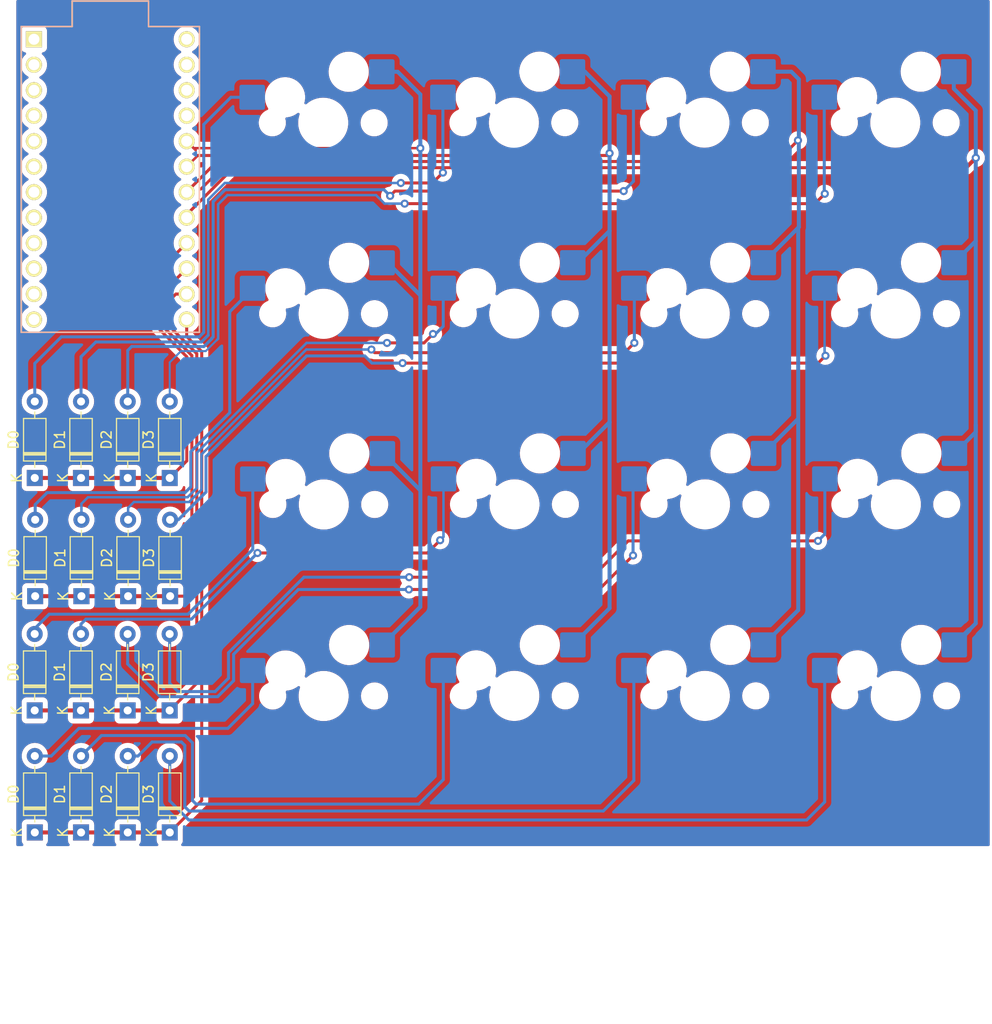
<source format=kicad_pcb>
(kicad_pcb (version 20211014) (generator pcbnew)
  (layers (0 "F.Cu" signal) (31 "B.Cu" signal) (34 "B.Paste" user) (35 "F.Paste" user) (36 "B.SilkS" user "B.Silkscreen") (37 "F.SilkS" user "F.Silkscreen") (38 "B.Mask" user) (39 "F.Mask" user) (44 "Edge.Cuts" user))
  (net 0 "")
  (footprint "MXV2HOTSWAP:MX-Hotswap-1U" (layer "F.Cu") (at 144.868 169.392)
    (fp_text reference "REF**")
    (fp_text value "1U")
    (pad "" np_thru_hole circle (at -3.81 -2.54) (size 3 3) (drill 3) (layers F&B.Cu *.Mask))
    (pad "" np_thru_hole circle (at 2.54 -5.08) (size 3 3) (drill 3) (layers F&B.Cu *.Mask))
    (pad "" np_thru_hole circle (at 5.08 0 48.099) (size 1.7018 1.7018) (drill 1.7018) (layers F&B.Cu *.Mask))
    (pad "" np_thru_hole circle (at -5.08 0 48.099) (size 1.7018 1.7018) (drill 1.7018) (layers F&B.Cu *.Mask))
    (pad "" np_thru_hole circle (at 0 0) (size 3.9878 3.9878) (drill 3.9878) (layers F&B.Cu *.Mask))
    (pad "1" smd roundrect (at -7.085 -2.54) (size 2.55 2.5) (layers "B.Cu" "B.Paste" "B.Mask") (roundrect_rratio 0.08))
    (pad "2" smd roundrect (at 5.842 -5.08) (size 2.55 2.5) (layers "B.Cu" "B.Paste" "B.Mask") (roundrect_rratio 0.08))
  )
  (footprint "Diode_THT:D_DO-35_SOD27_P7.62mm_Horizontal" (layer "F.Cu") (at 68.244 183.006 90)
    (fp_text reference "D2" (at 3.81 -2.12 90) (layer "F.SilkS"))
    (fp_text value "D_DO-35_SOD27_P7.62mm_Horizontal")
    (fp_text user "K" (at 0 -1.8 90) (layer "F.SilkS"))
    (pad "1" thru_hole rect (at 0 0 90) (size 1.6 1.6) (drill 0.8) (layers *.Cu *.Mask))
    (pad "2" thru_hole oval (at 7.62 0 90) (size 1.6 1.6) (drill 0.8) (layers *.Cu *.Mask))
  )
  (footprint "Diode_THT:D_DO-35_SOD27_P7.62mm_Horizontal" (layer "F.Cu") (at 63.574 170.841 90)
    (fp_text reference "D1" (at 3.81 -2.12 90) (layer "F.SilkS"))
    (fp_text value "D_DO-35_SOD27_P7.62mm_Horizontal")
    (fp_text user "K" (at 0 -1.8 90) (layer "F.SilkS"))
    (pad "1" thru_hole rect (at 0 0 90) (size 1.6 1.6) (drill 0.8) (layers *.Cu *.Mask))
    (pad "2" thru_hole oval (at 7.62 0 90) (size 1.6 1.6) (drill 0.8) (layers *.Cu *.Mask))
  )
  (footprint "MXV2HOTSWAP:MX-Hotswap-1U" (layer "F.Cu") (at 87.748 112.26)
    (fp_text reference "REF**")
    (fp_text value "1U")
    (pad "" np_thru_hole circle (at -3.81 -2.54) (size 3 3) (drill 3) (layers F&B.Cu *.Mask))
    (pad "" np_thru_hole circle (at 2.54 -5.08) (size 3 3) (drill 3) (layers F&B.Cu *.Mask))
    (pad "" np_thru_hole circle (at 5.08 0 48.099) (size 1.7018 1.7018) (drill 1.7018) (layers F&B.Cu *.Mask))
    (pad "" np_thru_hole circle (at -5.08 0 48.099) (size 1.7018 1.7018) (drill 1.7018) (layers F&B.Cu *.Mask))
    (pad "" np_thru_hole circle (at 0 0) (size 3.9878 3.9878) (drill 3.9878) (layers F&B.Cu *.Mask))
    (pad "1" smd roundrect (at -7.085 -2.54) (size 2.55 2.5) (layers "B.Cu" "B.Paste" "B.Mask") (roundrect_rratio 0.08))
    (pad "2" smd roundrect (at 5.842 -5.08) (size 2.55 2.5) (layers "B.Cu" "B.Paste" "B.Mask") (roundrect_rratio 0.08))
  )
  (footprint "MXV2HOTSWAP:MX-Hotswap-1U" (layer "F.Cu") (at 106.833 150.3)
    (fp_text reference "REF**")
    (fp_text value "1U")
    (pad "" np_thru_hole circle (at -3.81 -2.54) (size 3 3) (drill 3) (layers F&B.Cu *.Mask))
    (pad "" np_thru_hole circle (at 2.54 -5.08) (size 3 3) (drill 3) (layers F&B.Cu *.Mask))
    (pad "" np_thru_hole circle (at 5.08 0 48.099) (size 1.7018 1.7018) (drill 1.7018) (layers F&B.Cu *.Mask))
    (pad "" np_thru_hole circle (at -5.08 0 48.099) (size 1.7018 1.7018) (drill 1.7018) (layers F&B.Cu *.Mask))
    (pad "" np_thru_hole circle (at 0 0) (size 3.9878 3.9878) (drill 3.9878) (layers F&B.Cu *.Mask))
    (pad "1" smd roundrect (at -7.085 -2.54) (size 2.55 2.5) (layers "B.Cu" "B.Paste" "B.Mask") (roundrect_rratio 0.08))
    (pad "2" smd roundrect (at 5.842 -5.08) (size 2.55 2.5) (layers "B.Cu" "B.Paste" "B.Mask") (roundrect_rratio 0.08))
  )
  (footprint "Diode_THT:D_DO-35_SOD27_P7.62mm_Horizontal" (layer "F.Cu") (at 68.241 147.668 90)
    (fp_text reference "D2" (at 3.81 -2.12 90) (layer "F.SilkS"))
    (fp_text value "D_DO-35_SOD27_P7.62mm_Horizontal")
    (fp_text user "K" (at 0 -1.8 90) (layer "F.SilkS"))
    (pad "1" thru_hole rect (at 0 0 90) (size 1.6 1.6) (drill 0.8) (layers *.Cu *.Mask))
    (pad "2" thru_hole oval (at 7.62 0 90) (size 1.6 1.6) (drill 0.8) (layers *.Cu *.Mask))
  )
  (footprint "Diode_THT:D_DO-35_SOD27_P7.62mm_Horizontal" (layer "F.Cu") (at 72.435 183.006 90)
    (fp_text reference "D3" (at 3.81 -2.12 90) (layer "F.SilkS"))
    (fp_text value "D_DO-35_SOD27_P7.62mm_Horizontal")
    (fp_text user "K" (at 0 -1.8 90) (layer "F.SilkS"))
    (pad "1" thru_hole rect (at 0 0 90) (size 1.6 1.6) (drill 0.8) (layers *.Cu *.Mask))
    (pad "2" thru_hole oval (at 7.62 0 90) (size 1.6 1.6) (drill 0.8) (layers *.Cu *.Mask))
  )
  (footprint "MXV2HOTSWAP:MX-Hotswap-1U" (layer "F.Cu") (at 125.819 131.29)
    (fp_text reference "REF**")
    (fp_text value "1U")
    (pad "" np_thru_hole circle (at -3.81 -2.54) (size 3 3) (drill 3) (layers F&B.Cu *.Mask))
    (pad "" np_thru_hole circle (at 2.54 -5.08) (size 3 3) (drill 3) (layers F&B.Cu *.Mask))
    (pad "" np_thru_hole circle (at 5.08 0 48.099) (size 1.7018 1.7018) (drill 1.7018) (layers F&B.Cu *.Mask))
    (pad "" np_thru_hole circle (at -5.08 0 48.099) (size 1.7018 1.7018) (drill 1.7018) (layers F&B.Cu *.Mask))
    (pad "" np_thru_hole circle (at 0 0) (size 3.9878 3.9878) (drill 3.9878) (layers F&B.Cu *.Mask))
    (pad "1" smd roundrect (at -7.085 -2.54) (size 2.55 2.5) (layers "B.Cu" "B.Paste" "B.Mask") (roundrect_rratio 0.08))
    (pad "2" smd roundrect (at 5.842 -5.08) (size 2.55 2.5) (layers "B.Cu" "B.Paste" "B.Mask") (roundrect_rratio 0.08))
  )
  (footprint "MXV2HOTSWAP:MX-Hotswap-1U" (layer "F.Cu") (at 125.786 112.249)
    (fp_text reference "REF**")
    (fp_text value "1U")
    (pad "" np_thru_hole circle (at -3.81 -2.54) (size 3 3) (drill 3) (layers F&B.Cu *.Mask))
    (pad "" np_thru_hole circle (at 2.54 -5.08) (size 3 3) (drill 3) (layers F&B.Cu *.Mask))
    (pad "" np_thru_hole circle (at 5.08 0 48.099) (size 1.7018 1.7018) (drill 1.7018) (layers F&B.Cu *.Mask))
    (pad "" np_thru_hole circle (at -5.08 0 48.099) (size 1.7018 1.7018) (drill 1.7018) (layers F&B.Cu *.Mask))
    (pad "" np_thru_hole circle (at 0 0) (size 3.9878 3.9878) (drill 3.9878) (layers F&B.Cu *.Mask))
    (pad "1" smd roundrect (at -7.085 -2.54) (size 2.55 2.5) (layers "B.Cu" "B.Paste" "B.Mask") (roundrect_rratio 0.08))
    (pad "2" smd roundrect (at 5.842 -5.08) (size 2.55 2.5) (layers "B.Cu" "B.Paste" "B.Mask") (roundrect_rratio 0.08))
  )
  (footprint "Diode_THT:D_DO-35_SOD27_P7.62mm_Horizontal" (layer "F.Cu") (at 68.233 170.841 90)
    (fp_text reference "D2" (at 3.81 -2.12 90) (layer "F.SilkS"))
    (fp_text value "D_DO-35_SOD27_P7.62mm_Horizontal")
    (fp_text user "K" (at 0 -1.8 90) (layer "F.SilkS"))
    (pad "1" thru_hole rect (at 0 0 90) (size 1.6 1.6) (drill 0.8) (layers *.Cu *.Mask))
    (pad "2" thru_hole oval (at 7.62 0 90) (size 1.6 1.6) (drill 0.8) (layers *.Cu *.Mask))
  )
  (footprint "MXV2HOTSWAP:MX-Hotswap-1U" (layer "F.Cu") (at 125.844 150.3)
    (fp_text reference "REF**")
    (fp_text value "1U")
    (pad "" np_thru_hole circle (at -3.81 -2.54) (size 3 3) (drill 3) (layers F&B.Cu *.Mask))
    (pad "" np_thru_hole circle (at 2.54 -5.08) (size 3 3) (drill 3) (layers F&B.Cu *.Mask))
    (pad "" np_thru_hole circle (at 5.08 0 48.099) (size 1.7018 1.7018) (drill 1.7018) (layers F&B.Cu *.Mask))
    (pad "" np_thru_hole circle (at -5.08 0 48.099) (size 1.7018 1.7018) (drill 1.7018) (layers F&B.Cu *.Mask))
    (pad "" np_thru_hole circle (at 0 0) (size 3.9878 3.9878) (drill 3.9878) (layers F&B.Cu *.Mask))
    (pad "1" smd roundrect (at -7.085 -2.54) (size 2.55 2.5) (layers "B.Cu" "B.Paste" "B.Mask") (roundrect_rratio 0.08))
    (pad "2" smd roundrect (at 5.842 -5.08) (size 2.55 2.5) (layers "B.Cu" "B.Paste" "B.Mask") (roundrect_rratio 0.08))
  )
  (footprint "Diode_THT:D_DO-35_SOD27_P7.62mm_Horizontal" (layer "F.Cu") (at 72.471 159.452 90)
    (fp_text reference "D3" (at 3.81 -2.12 90) (layer "F.SilkS"))
    (fp_text value "D_DO-35_SOD27_P7.62mm_Horizontal")
    (fp_text user "K" (at 0 -1.8 90) (layer "F.SilkS"))
    (pad "1" thru_hole rect (at 0 0 90) (size 1.6 1.6) (drill 0.8) (layers *.Cu *.Mask))
    (pad "2" thru_hole oval (at 7.62 0 90) (size 1.6 1.6) (drill 0.8) (layers *.Cu *.Mask))
  )
  (footprint "Diode_THT:D_DO-35_SOD27_P7.62mm_Horizontal" (layer "F.Cu") (at 58.965 147.668 90)
    (fp_text reference "D0" (at 3.81 -2.12 90) (layer "F.SilkS"))
    (fp_text value "D_DO-35_SOD27_P7.62mm_Horizontal")
    (fp_text user "K" (at 0 -1.8 90) (layer "F.SilkS"))
    (pad "1" thru_hole rect (at 0 0 90) (size 1.6 1.6) (drill 0.8) (layers *.Cu *.Mask))
    (pad "2" thru_hole oval (at 7.62 0 90) (size 1.6 1.6) (drill 0.8) (layers *.Cu *.Mask))
  )
  (footprint "MXV2HOTSWAP:MX-Hotswap-1U" (layer "F.Cu") (at 87.789 169.403)
    (fp_text reference "REF**")
    (fp_text value "1U")
    (pad "" np_thru_hole circle (at -3.81 -2.54) (size 3 3) (drill 3) (layers F&B.Cu *.Mask))
    (pad "" np_thru_hole circle (at 2.54 -5.08) (size 3 3) (drill 3) (layers F&B.Cu *.Mask))
    (pad "" np_thru_hole circle (at 5.08 0 48.099) (size 1.7018 1.7018) (drill 1.7018) (layers F&B.Cu *.Mask))
    (pad "" np_thru_hole circle (at -5.08 0 48.099) (size 1.7018 1.7018) (drill 1.7018) (layers F&B.Cu *.Mask))
    (pad "" np_thru_hole circle (at 0 0) (size 3.9878 3.9878) (drill 3.9878) (layers F&B.Cu *.Mask))
    (pad "1" smd roundrect (at -7.085 -2.54) (size 2.55 2.5) (layers "B.Cu" "B.Paste" "B.Mask") (roundrect_rratio 0.08))
    (pad "2" smd roundrect (at 5.842 -5.08) (size 2.55 2.5) (layers "B.Cu" "B.Paste" "B.Mask") (roundrect_rratio 0.08))
  )
  (footprint "MXV2HOTSWAP:MX-Hotswap-1U" (layer "F.Cu") (at 144.827 112.249)
    (fp_text reference "REF**")
    (fp_text value "1U")
    (pad "" np_thru_hole circle (at -3.81 -2.54) (size 3 3) (drill 3) (layers F&B.Cu *.Mask))
    (pad "" np_thru_hole circle (at 2.54 -5.08) (size 3 3) (drill 3) (layers F&B.Cu *.Mask))
    (pad "" np_thru_hole circle (at 5.08 0 48.099) (size 1.7018 1.7018) (drill 1.7018) (layers F&B.Cu *.Mask))
    (pad "" np_thru_hole circle (at -5.08 0 48.099) (size 1.7018 1.7018) (drill 1.7018) (layers F&B.Cu *.Mask))
    (pad "" np_thru_hole circle (at 0 0) (size 3.9878 3.9878) (drill 3.9878) (layers F&B.Cu *.Mask))
    (pad "1" smd roundrect (at -7.085 -2.54) (size 2.55 2.5) (layers "B.Cu" "B.Paste" "B.Mask") (roundrect_rratio 0.08))
    (pad "2" smd roundrect (at 5.842 -5.08) (size 2.55 2.5) (layers "B.Cu" "B.Paste" "B.Mask") (roundrect_rratio 0.08))
  )
  (footprint "Diode_THT:D_DO-35_SOD27_P7.62mm_Horizontal" (layer "F.Cu") (at 59.004 159.452 90)
    (fp_text reference "D0" (at 3.81 -2.12 90) (layer "F.SilkS"))
    (fp_text value "D_DO-35_SOD27_P7.62mm_Horizontal")
    (fp_text user "K" (at 0 -1.8 90) (layer "F.SilkS"))
    (pad "1" thru_hole rect (at 0 0 90) (size 1.6 1.6) (drill 0.8) (layers *.Cu *.Mask))
    (pad "2" thru_hole oval (at 7.62 0 90) (size 1.6 1.6) (drill 0.8) (layers *.Cu *.Mask))
  )
  (footprint "Diode_THT:D_DO-35_SOD27_P7.62mm_Horizontal" (layer "F.Cu") (at 58.968 183.006 90)
    (fp_text reference "D0" (at 3.81 -2.12 90) (layer "F.SilkS"))
    (fp_text value "D_DO-35_SOD27_P7.62mm_Horizontal")
    (fp_text user "K" (at 0 -1.8 90) (layer "F.SilkS"))
    (pad "1" thru_hole rect (at 0 0 90) (size 1.6 1.6) (drill 0.8) (layers *.Cu *.Mask))
    (pad "2" thru_hole oval (at 7.62 0 90) (size 1.6 1.6) (drill 0.8) (layers *.Cu *.Mask))
  )
  (footprint "Diode_THT:D_DO-35_SOD27_P7.62mm_Horizontal" (layer "F.Cu") (at 63.585 183.006 90)
    (fp_text reference "D1" (at 3.81 -2.12 90) (layer "F.SilkS"))
    (fp_text value "D_DO-35_SOD27_P7.62mm_Horizontal")
    (fp_text user "K" (at 0 -1.8 90) (layer "F.SilkS"))
    (pad "1" thru_hole rect (at 0 0 90) (size 1.6 1.6) (drill 0.8) (layers *.Cu *.Mask))
    (pad "2" thru_hole oval (at 7.62 0 90) (size 1.6 1.6) (drill 0.8) (layers *.Cu *.Mask))
  )
  (footprint "Diode_THT:D_DO-35_SOD27_P7.62mm_Horizontal" (layer "F.Cu") (at 63.621 159.452 90)
    (fp_text reference "D1" (at 3.81 -2.12 90) (layer "F.SilkS"))
    (fp_text value "D_DO-35_SOD27_P7.62mm_Horizontal")
    (fp_text user "K" (at 0 -1.8 90) (layer "F.SilkS"))
    (pad "1" thru_hole rect (at 0 0 90) (size 1.6 1.6) (drill 0.8) (layers *.Cu *.Mask))
    (pad "2" thru_hole oval (at 7.62 0 90) (size 1.6 1.6) (drill 0.8) (layers *.Cu *.Mask))
  )
  (footprint "MXV2HOTSWAP:MX-Hotswap-1U" (layer "F.Cu") (at 125.827 169.392)
    (fp_text reference "REF**")
    (fp_text value "1U")
    (pad "" np_thru_hole circle (at -3.81 -2.54) (size 3 3) (drill 3) (layers F&B.Cu *.Mask))
    (pad "" np_thru_hole circle (at 2.54 -5.08) (size 3 3) (drill 3) (layers F&B.Cu *.Mask))
    (pad "" np_thru_hole circle (at 5.08 0 48.099) (size 1.7018 1.7018) (drill 1.7018) (layers F&B.Cu *.Mask))
    (pad "" np_thru_hole circle (at -5.08 0 48.099) (size 1.7018 1.7018) (drill 1.7018) (layers F&B.Cu *.Mask))
    (pad "" np_thru_hole circle (at 0 0) (size 3.9878 3.9878) (drill 3.9878) (layers F&B.Cu *.Mask))
    (pad "1" smd roundrect (at -7.085 -2.54) (size 2.55 2.5) (layers "B.Cu" "B.Paste" "B.Mask") (roundrect_rratio 0.08))
    (pad "2" smd roundrect (at 5.842 -5.08) (size 2.55 2.5) (layers "B.Cu" "B.Paste" "B.Mask") (roundrect_rratio 0.08))
  )
  (footprint "MXV2HOTSWAP:MX-Hotswap-1U" (layer "F.Cu") (at 106.775 112.249)
    (fp_text reference "REF**")
    (fp_text value "1U")
    (pad "" np_thru_hole circle (at -3.81 -2.54) (size 3 3) (drill 3) (layers F&B.Cu *.Mask))
    (pad "" np_thru_hole circle (at 2.54 -5.08) (size 3 3) (drill 3) (layers F&B.Cu *.Mask))
    (pad "" np_thru_hole circle (at 5.08 0 48.099) (size 1.7018 1.7018) (drill 1.7018) (layers F&B.Cu *.Mask))
    (pad "" np_thru_hole circle (at -5.08 0 48.099) (size 1.7018 1.7018) (drill 1.7018) (layers F&B.Cu *.Mask))
    (pad "" np_thru_hole circle (at 0 0) (size 3.9878 3.9878) (drill 3.9878) (layers F&B.Cu *.Mask))
    (pad "1" smd roundrect (at -7.085 -2.54) (size 2.55 2.5) (layers "B.Cu" "B.Paste" "B.Mask") (roundrect_rratio 0.08))
    (pad "2" smd roundrect (at 5.842 -5.08) (size 2.55 2.5) (layers "B.Cu" "B.Paste" "B.Mask") (roundrect_rratio 0.08))
  )
  (footprint "Diode_THT:D_DO-35_SOD27_P7.62mm_Horizontal" (layer "F.Cu") (at 58.957 170.841 90)
    (fp_text reference "D0" (at 3.81 -2.12 90) (layer "F.SilkS"))
    (fp_text value "D_DO-35_SOD27_P7.62mm_Horizontal")
    (fp_text user "K" (at 0 -1.8 90) (layer "F.SilkS"))
    (pad "1" thru_hole rect (at 0 0 90) (size 1.6 1.6) (drill 0.8) (layers *.Cu *.Mask))
    (pad "2" thru_hole oval (at 7.62 0 90) (size 1.6 1.6) (drill 0.8) (layers *.Cu *.Mask))
  )
  (footprint "MXV2HOTSWAP:MX-Hotswap-1U" (layer "F.Cu") (at 87.781 131.301)
    (fp_text reference "REF**")
    (fp_text value "1U")
    (pad "" np_thru_hole circle (at -3.81 -2.54) (size 3 3) (drill 3) (layers F&B.Cu *.Mask))
    (pad "" np_thru_hole circle (at 2.54 -5.08) (size 3 3) (drill 3) (layers F&B.Cu *.Mask))
    (pad "" np_thru_hole circle (at 5.08 0 48.099) (size 1.7018 1.7018) (drill 1.7018) (layers F&B.Cu *.Mask))
    (pad "" np_thru_hole circle (at -5.08 0 48.099) (size 1.7018 1.7018) (drill 1.7018) (layers F&B.Cu *.Mask))
    (pad "" np_thru_hole circle (at 0 0) (size 3.9878 3.9878) (drill 3.9878) (layers F&B.Cu *.Mask))
    (pad "1" smd roundrect (at -7.085 -2.54) (size 2.55 2.5) (layers "B.Cu" "B.Paste" "B.Mask") (roundrect_rratio 0.08))
    (pad "2" smd roundrect (at 5.842 -5.08) (size 2.55 2.5) (layers "B.Cu" "B.Paste" "B.Mask") (roundrect_rratio 0.08))
  )
  (footprint "Diode_THT:D_DO-35_SOD27_P7.62mm_Horizontal" (layer "F.Cu") (at 72.424 170.841 90)
    (fp_text reference "D3" (at 3.81 -2.12 90) (layer "F.SilkS"))
    (fp_text value "D_DO-35_SOD27_P7.62mm_Horizontal")
    (fp_text user "K" (at 0 -1.8 90) (layer "F.SilkS"))
    (pad "1" thru_hole rect (at 0 0 90) (size 1.6 1.6) (drill 0.8) (layers *.Cu *.Mask))
    (pad "2" thru_hole oval (at 7.62 0 90) (size 1.6 1.6) (drill 0.8) (layers *.Cu *.Mask))
  )
  (footprint "MXV2HOTSWAP:MX-Hotswap-1U" (layer "F.Cu") (at 106.816 169.392)
    (fp_text reference "REF**")
    (fp_text value "1U")
    (pad "" np_thru_hole circle (at -3.81 -2.54) (size 3 3) (drill 3) (layers F&B.Cu *.Mask))
    (pad "" np_thru_hole circle (at 2.54 -5.08) (size 3 3) (drill 3) (layers F&B.Cu *.Mask))
    (pad "" np_thru_hole circle (at 5.08 0 48.099) (size 1.7018 1.7018) (drill 1.7018) (layers F&B.Cu *.Mask))
    (pad "" np_thru_hole circle (at -5.08 0 48.099) (size 1.7018 1.7018) (drill 1.7018) (layers F&B.Cu *.Mask))
    (pad "" np_thru_hole circle (at 0 0) (size 3.9878 3.9878) (drill 3.9878) (layers F&B.Cu *.Mask))
    (pad "1" smd roundrect (at -7.085 -2.54) (size 2.55 2.5) (layers "B.Cu" "B.Paste" "B.Mask") (roundrect_rratio 0.08))
    (pad "2" smd roundrect (at 5.842 -5.08) (size 2.55 2.5) (layers "B.Cu" "B.Paste" "B.Mask") (roundrect_rratio 0.08))
  )
  (footprint "MXV2HOTSWAP:MX-Hotswap-1U" (layer "F.Cu") (at 87.806 150.311)
    (fp_text reference "REF**")
    (fp_text value "1U")
    (pad "" np_thru_hole circle (at -3.81 -2.54) (size 3 3) (drill 3) (layers F&B.Cu *.Mask))
    (pad "" np_thru_hole circle (at 2.54 -5.08) (size 3 3) (drill 3) (layers F&B.Cu *.Mask))
    (pad "" np_thru_hole circle (at 5.08 0 48.099) (size 1.7018 1.7018) (drill 1.7018) (layers F&B.Cu *.Mask))
    (pad "" np_thru_hole circle (at -5.08 0 48.099) (size 1.7018 1.7018) (drill 1.7018) (layers F&B.Cu *.Mask))
    (pad "" np_thru_hole circle (at 0 0) (size 3.9878 3.9878) (drill 3.9878) (layers F&B.Cu *.Mask))
    (pad "1" smd roundrect (at -7.085 -2.54) (size 2.55 2.5) (layers "B.Cu" "B.Paste" "B.Mask") (roundrect_rratio 0.08))
    (pad "2" smd roundrect (at 5.842 -5.08) (size 2.55 2.5) (layers "B.Cu" "B.Paste" "B.Mask") (roundrect_rratio 0.08))
  )
  (footprint "Diode_THT:D_DO-35_SOD27_P7.62mm_Horizontal" (layer "F.Cu") (at 72.432 147.668 90)
    (fp_text reference "D3" (at 3.81 -2.12 90) (layer "F.SilkS"))
    (fp_text value "D_DO-35_SOD27_P7.62mm_Horizontal")
    (fp_text user "K" (at 0 -1.8 90) (layer "F.SilkS"))
    (pad "1" thru_hole rect (at 0 0 90) (size 1.6 1.6) (drill 0.8) (layers *.Cu *.Mask))
    (pad "2" thru_hole oval (at 7.62 0 90) (size 1.6 1.6) (drill 0.8) (layers *.Cu *.Mask))
  )
  (footprint "PROMICRO:ProMicro" (layer "F.Cu") (at 66.504 117.907 -90)
    (fp_text reference "REF**" hide)
    (fp_text value "ProMicro")
    (pad "1" thru_hole rect locked (at -13.97 7.62 270) (size 1.6 1.6) (drill 1.1) (layers *.Cu *.Mask "F.SilkS"))
    (pad "2" thru_hole circle locked (at -11.43 7.62 270) (size 1.6 1.6) (drill 1.1) (layers *.Cu *.Mask "F.SilkS"))
    (pad "3" thru_hole circle locked (at -8.89 7.62 270) (size 1.6 1.6) (drill 1.1) (layers *.Cu *.Mask "F.SilkS"))
    (pad "4" thru_hole circle locked (at -6.35 7.62 270) (size 1.6 1.6) (drill 1.1) (layers *.Cu *.Mask "F.SilkS"))
    (pad "5" thru_hole circle locked (at -3.81 7.62 270) (size 1.6 1.6) (drill 1.1) (layers *.Cu *.Mask "F.SilkS"))
    (pad "6" thru_hole circle locked (at -1.27 7.62 270) (size 1.6 1.6) (drill 1.1) (layers *.Cu *.Mask "F.SilkS"))
    (pad "7" thru_hole circle locked (at 1.27 7.62 270) (size 1.6 1.6) (drill 1.1) (layers *.Cu *.Mask "F.SilkS"))
    (pad "8" thru_hole circle locked (at 3.81 7.62 270) (size 1.6 1.6) (drill 1.1) (layers *.Cu *.Mask "F.SilkS"))
    (pad "9" thru_hole circle locked (at 6.35 7.62 270) (size 1.6 1.6) (drill 1.1) (layers *.Cu *.Mask "F.SilkS"))
    (pad "10" thru_hole circle locked (at 8.89 7.62 270) (size 1.6 1.6) (drill 1.1) (layers *.Cu *.Mask "F.SilkS"))
    (pad "11" thru_hole circle locked (at 11.43 7.62 270) (size 1.6 1.6) (drill 1.1) (layers *.Cu *.Mask "F.SilkS"))
    (pad "12" thru_hole circle locked (at 13.97 7.62 270) (size 1.6 1.6) (drill 1.1) (layers *.Cu *.Mask "F.SilkS"))
    (pad "13" thru_hole circle locked (at 13.97 -7.62 270) (size 1.6 1.6) (drill 1.1) (layers *.Cu *.Mask "F.SilkS"))
    (pad "14" thru_hole circle locked (at 11.43 -7.62 270) (size 1.6 1.6) (drill 1.1) (layers *.Cu *.Mask "F.SilkS"))
    (pad "15" thru_hole circle locked (at 8.89 -7.62 270) (size 1.6 1.6) (drill 1.1) (layers *.Cu *.Mask "F.SilkS"))
    (pad "16" thru_hole circle locked (at 6.35 -7.62 270) (size 1.6 1.6) (drill 1.1) (layers *.Cu *.Mask "F.SilkS"))
    (pad "17" thru_hole circle locked (at 3.81 -7.62 270) (size 1.6 1.6) (drill 1.1) (layers *.Cu *.Mask "F.SilkS"))
    (pad "18" thru_hole circle locked (at 1.27 -7.62 270) (size 1.6 1.6) (drill 1.1) (layers *.Cu *.Mask "F.SilkS"))
    (pad "19" thru_hole circle locked (at -1.27 -7.62 270) (size 1.6 1.6) (drill 1.1) (layers *.Cu *.Mask "F.SilkS"))
    (pad "20" thru_hole circle locked (at -3.81 -7.62 270) (size 1.6 1.6) (drill 1.1) (layers *.Cu *.Mask "F.SilkS"))
    (pad "21" thru_hole circle locked (at -6.35 -7.62 270) (size 1.6 1.6) (drill 1.1) (layers *.Cu *.Mask "F.SilkS"))
    (pad "22" thru_hole circle locked (at -8.89 -7.62 270) (size 1.6 1.6) (drill 1.1) (layers *.Cu *.Mask "F.SilkS"))
    (pad "23" thru_hole circle locked (at -11.43 -7.62 270) (size 1.6 1.6) (drill 1.1) (layers *.Cu *.Mask "F.SilkS"))
    (pad "24" thru_hole circle locked (at -13.97 -7.62 270) (size 1.6 1.6) (drill 1.1) (layers *.Cu *.Mask "F.SilkS"))
  )
  (footprint "MXV2HOTSWAP:MX-Hotswap-1U" (layer "F.Cu") (at 144.885 150.3)
    (fp_text reference "REF**")
    (fp_text value "1U")
    (pad "" np_thru_hole circle (at -3.81 -2.54) (size 3 3) (drill 3) (layers F&B.Cu *.Mask))
    (pad "" np_thru_hole circle (at 2.54 -5.08) (size 3 3) (drill 3) (layers F&B.Cu *.Mask))
    (pad "" np_thru_hole circle (at 5.08 0 48.099) (size 1.7018 1.7018) (drill 1.7018) (layers F&B.Cu *.Mask))
    (pad "" np_thru_hole circle (at -5.08 0 48.099) (size 1.7018 1.7018) (drill 1.7018) (layers F&B.Cu *.Mask))
    (pad "" np_thru_hole circle (at 0 0) (size 3.9878 3.9878) (drill 3.9878) (layers F&B.Cu *.Mask))
    (pad "1" smd roundrect (at -7.085 -2.54) (size 2.55 2.5) (layers "B.Cu" "B.Paste" "B.Mask") (roundrect_rratio 0.08))
    (pad "2" smd roundrect (at 5.842 -5.08) (size 2.55 2.5) (layers "B.Cu" "B.Paste" "B.Mask") (roundrect_rratio 0.08))
  )
  (footprint "MXV2HOTSWAP:MX-Hotswap-1U" (layer "F.Cu") (at 106.808 131.29)
    (fp_text reference "REF**")
    (fp_text value "1U")
    (pad "" np_thru_hole circle (at -3.81 -2.54) (size 3 3) (drill 3) (layers F&B.Cu *.Mask))
    (pad "" np_thru_hole circle (at 2.54 -5.08) (size 3 3) (drill 3) (layers F&B.Cu *.Mask))
    (pad "" np_thru_hole circle (at 5.08 0 48.099) (size 1.7018 1.7018) (drill 1.7018) (layers F&B.Cu *.Mask))
    (pad "" np_thru_hole circle (at -5.08 0 48.099) (size 1.7018 1.7018) (drill 1.7018) (layers F&B.Cu *.Mask))
    (pad "" np_thru_hole circle (at 0 0) (size 3.9878 3.9878) (drill 3.9878) (layers F&B.Cu *.Mask))
    (pad "1" smd roundrect (at -7.085 -2.54) (size 2.55 2.5) (layers "B.Cu" "B.Paste" "B.Mask") (roundrect_rratio 0.08))
    (pad "2" smd roundrect (at 5.842 -5.08) (size 2.55 2.5) (layers "B.Cu" "B.Paste" "B.Mask") (roundrect_rratio 0.08))
  )
  (footprint "Diode_THT:D_DO-35_SOD27_P7.62mm_Horizontal" (layer "F.Cu") (at 63.582 147.668 90)
    (fp_text reference "D1" (at 3.81 -2.12 90) (layer "F.SilkS"))
    (fp_text value "D_DO-35_SOD27_P7.62mm_Horizontal")
    (fp_text user "K" (at 0 -1.8 90) (layer "F.SilkS"))
    (pad "1" thru_hole rect (at 0 0 90) (size 1.6 1.6) (drill 0.8) (layers *.Cu *.Mask))
    (pad "2" thru_hole oval (at 7.62 0 90) (size 1.6 1.6) (drill 0.8) (layers *.Cu *.Mask))
  )
  (footprint "Diode_THT:D_DO-35_SOD27_P7.62mm_Horizontal" (layer "F.Cu") (at 68.28 159.452 90)
    (fp_text reference "D2" (at 3.81 -2.12 90) (layer "F.SilkS"))
    (fp_text value "D_DO-35_SOD27_P7.62mm_Horizontal")
    (fp_text user "K" (at 0 -1.8 90) (layer "F.SilkS"))
    (pad "1" thru_hole rect (at 0 0 90) (size 1.6 1.6) (drill 0.8) (layers *.Cu *.Mask))
    (pad "2" thru_hole oval (at 7.62 0 90) (size 1.6 1.6) (drill 0.8) (layers *.Cu *.Mask))
  )
  (footprint "MXV2HOTSWAP:MX-Hotswap-1U" (layer "F.Cu") (at 144.86 131.29)
    (fp_text reference "REF**")
    (fp_text value "1U")
    (pad "" np_thru_hole circle (at -3.81 -2.54) (size 3 3) (drill 3) (layers F&B.Cu *.Mask))
    (pad "" np_thru_hole circle (at 2.54 -5.08) (size 3 3) (drill 3) (layers F&B.Cu *.Mask))
    (pad "" np_thru_hole circle (at 5.08 0 48.099) (size 1.7018 1.7018) (drill 1.7018) (layers F&B.Cu *.Mask))
    (pad "" np_thru_hole circle (at -5.08 0 48.099) (size 1.7018 1.7018) (drill 1.7018) (layers F&B.Cu *.Mask))
    (pad "" np_thru_hole circle (at 0 0) (size 3.9878 3.9878) (drill 3.9878) (layers F&B.Cu *.Mask))
    (pad "1" smd roundrect (at -7.085 -2.54) (size 2.55 2.5) (layers "B.Cu" "B.Paste" "B.Mask") (roundrect_rratio 0.08))
    (pad "2" smd roundrect (at 5.842 -5.08) (size 2.55 2.5) (layers "B.Cu" "B.Paste" "B.Mask") (roundrect_rratio 0.08))
  )
  (segment (start 97.439 114.792) (end 74.819 114.792) (width 0.25) (layer "F.Cu") (net 0))
  (segment (start 114.561 157.561) (end 118.181 153.941) (width 0.3) (layer "F.Cu") (net 0))
  (segment (start 74.819 114.792) (end 74.124 114.097) (width 0.25) (layer "F.Cu") (net 0))
  (segment (start 71.817 132.641) (end 71.817 129.104) (width 0.3) (layer "F.Cu") (net 0))
  (segment (start 75.624 135.064) (end 75.624 179.817) (width 0.3) (layer "F.Cu") (net 0))
  (segment (start 74.642 135.466) (end 71.817 132.641) (width 0.3) (layer "F.Cu") (net 0))
  (segment (start 94.902 119.07) (end 117.729 119.07) (width 0.3) (layer "F.Cu") (net 0))
  (segment (start 94.4235 119.5485) (end 94.902 119.07) (width 0.3) (layer "F.Cu") (net 0))
  (segment (start 96.322 157.561) (end 114.561 157.561) (width 0.3) (layer "F.Cu") (net 0))
  (segment (start 58.965 147.668) (end 63.582 147.668) (width 0.4) (layer "F.Cu") (net 0))
  (segment (start 74.124 121.418) (end 78.805 116.737) (width 0.3) (layer "F.Cu") (net 0))
  (segment (start 74.642 159.229) (end 74.642 135.466) (width 0.3) (layer "F.Cu") (net 0))
  (segment (start 72.471 159.452) (end 68.28 159.452) (width 0.4) (layer "F.Cu") (net 0))
  (segment (start 95.491 118.263) (end 98.656 118.263) (width 0.3) (layer "F.Cu") (net 0))
  (segment (start 131.929 116.123) (end 133.011 116.123) (width 0.3) (layer "F.Cu") (net 0))
  (segment (start 73.181 129.337) (end 74.124 129.337) (width 0.25) (layer "F.Cu") (net 0))
  (segment (start 75.133 168.132) (end 72.424 170.841) (width 0.3) (layer "F.Cu") (net 0))
  (segment (start 92.558 134.865) (end 92.87 135.177) (width 0.25) (layer "F.Cu") (net 0))
  (segment (start 72.435 183.006) (end 68.244 183.006) (width 0.4) (layer "F.Cu") (net 0))
  (segment (start 72.432 147.668) (end 68.241 147.668) (width 0.4) (layer "F.Cu") (net 0))
  (segment (start 71.328 132.781) (end 74.132 135.585) (width 0.3) (layer "F.Cu") (net 0))
  (segment (start 94.527 135.177) (end 117.818 135.177) (width 0.3) (layer "F.Cu") (net 0))
  (segment (start 74.124 133.564) (end 75.624 135.064) (width 0.3) (layer "F.Cu") (net 0))
  (segment (start 117.818 135.177) (end 118.793 134.202) (width 0.3) (layer "F.Cu") (net 0))
  (segment (start 81.191 155.146) (end 98.143 155.146) (width 0.3) (layer "F.Cu") (net 0))
  (segment (start 74.124 119.177) (end 74.124 119.152) (width 0.4) (layer "F.Cu") (net 0))
  (segment (start 63.621 159.452) (end 68.28 159.452) (width 0.4) (layer "F.Cu") (net 0))
  (segment (start 74.132 145.968) (end 72.432 147.668) (width 0.3) (layer "F.Cu") (net 0))
  (segment (start 58.957 170.841) (end 63.574 170.841) (width 0.4) (layer "F.Cu") (net 0))
  (segment (start 118.181 153.941) (end 137.119 153.941) (width 0.3) (layer "F.Cu") (net 0))
  (segment (start 68.244 183.006) (end 63.585 183.006) (width 0.4) (layer "F.Cu") (net 0))
  (segment (start 74.124 124.257) (end 71.328 127.053) (width 0.3) (layer "F.Cu") (net 0))
  (segment (start 115.27 158.787) (end 118.663 155.394) (width 0.3) (layer "F.Cu") (net 0))
  (segment (start 74.419 159.452) (end 74.642 159.229) (width 0.3) (layer "F.Cu") (net 0))
  (segment (start 95.667 136.218) (end 137.13 136.218) (width 0.3) (layer "F.Cu") (net 0))
  (segment (start 59.004 159.452) (end 63.621 159.452) (width 0.4) (layer "F.Cu") (net 0))
  (segment (start 74.124 119.152) (end 77.153 116.123) (width 0.3) (layer "F.Cu") (net 0))
  (segment (start 71.817 129.104) (end 74.124 126.797) (width 0.3) (layer "F.Cu") (net 0))
  (segment (start 73.042 129.337) (end 72.314 130.065) (width 0.3) (layer "F.Cu") (net 0))
  (segment (start 75.238 115.523) (end 74.124 116.637) (width 0.25) (layer "F.Cu") (net 0))
  (segment (start 58.968 183.006) (end 63.585 183.006) (width 0.4) (layer "F.Cu") (net 0))
  (segment (start 72.424 170.841) (end 68.233 170.841) (width 0.4) (layer "F.Cu") (net 0))
  (segment (start 74.124 121.717) (end 74.124 121.418) (width 0.4) (layer "F.Cu") (net 0))
  (segment (start 74.124 131.877) (end 74.124 133.564) (width 0.3) (layer "F.Cu") (net 0))
  (segment (start 68.241 147.668) (end 63.582 147.668) (width 0.4) (layer "F.Cu") (net 0))
  (segment (start 75.624 179.817) (end 72.435 183.006) (width 0.3) (layer "F.Cu") (net 0))
  (segment (start 96.297 158.787) (end 115.27 158.787) (width 0.3) (layer "F.Cu") (net 0))
  (segment (start 118.793 134.202) (end 118.825 134.17) (width 0.25) (layer "F.Cu") (net 0))
  (segment (start 72.314 130.065) (end 72.314 132.462) (width 0.3) (layer "F.Cu") (net 0))
  (segment (start 133.011 116.123) (end 135.1195 114.0145) (width 0.3) (layer "F.Cu") (net 0))
  (segment (start 78.805 116.737) (end 151.891 116.737) (width 0.3) (layer "F.Cu") (net 0))
  (segment (start 74.124 129.337) (end 73.042 129.337) (width 0.3) (layer "F.Cu") (net 0))
  (segment (start 71.328 127.053) (end 71.328 132.781) (width 0.3) (layer "F.Cu") (net 0))
  (segment (start 72.432 140.048) (end 72.813 140.048) (width 0.3) (layer "F.Cu") (net 0))
  (segment (start 94.527 135.177) (end 94.753 135.177) (width 0.3) (layer "F.Cu") (net 0))
  (segment (start 98.143 155.146) (end 99.417 153.872) (width 0.3) (layer "F.Cu") (net 0))
  (segment (start 72.314 132.462) (end 75.133 135.281) (width 0.3) (layer "F.Cu") (net 0))
  (segment (start 112.62 116.028) (end 112.713 116.121) (width 0.25) (layer "F.Cu") (net 0))
  (segment (start 72.471 159.452) (end 74.419 159.452) (width 0.3) (layer "F.Cu") (net 0))
  (segment (start 74.124 114.097) (end 75.025 114.998) (width 0.25) (layer "F.Cu") (net 0))
  (segment (start 112.508 116.028) (end 112.62 116.028) (width 0.25) (layer "F.Cu") (net 0))
  (segment (start 98.656 118.263) (end 99.69 117.229) (width 0.3) (layer "F.Cu") (net 0))
  (segment (start 74.132 135.585) (end 74.132 145.968) (width 0.3) (layer "F.Cu") (net 0))
  (segment (start 75.133 135.281) (end 75.133 168.132) (width 0.3) (layer "F.Cu") (net 0))
  (segment (start 136.811 120.323) (end 137.796 119.338) (width 0.3) (layer "F.Cu") (net 0))
  (segment (start 97.809 134.206) (end 98.701 133.314) (width 0.3) (layer "F.Cu") (net 0))
  (segment (start 116.32 115.298) (end 116.095 115.523) (width 0.25) (layer "F.Cu") (net 0))
  (segment (start 77.153 116.123) (end 131.929 116.123) (width 0.3) (layer "F.Cu") (net 0))
  (segment (start 151.891 116.737) (end 152.825 115.803) (width 0.4) (layer "F.Cu") (net 0))
  (segment (start 63.574 170.841) (end 68.233 170.841) (width 0.4) (layer "F.Cu") (net 0))
  (segment (start 135.1195 114.0145) (end 135.242 113.892) (width 0.4) (layer "F.Cu") (net 0))
  (segment (start 116.095 115.523) (end 75.238 115.523) (width 0.3) (layer "F.Cu") (net 0))
  (segment (start 95.876 120.323) (end 136.811 120.323) (width 0.3) (layer "F.Cu") (net 0))
  (segment (start 92.87 135.177) (end 94.527 135.177) (width 0.3) (layer "F.Cu") (net 0))
  (segment (start 94.112 134.206) (end 97.809 134.206) (width 0.3) (layer "F.Cu") (net 0))
  (segment (start 137.13 136.218) (end 137.863 135.485) (width 0.3) (layer "F.Cu") (net 0))
  (via (at 81.191 155.146) (size 0.8) (drill 0.4) (layers "F.Cu" "B.Cu") (net 0))
  (via (at 94.112 134.206) (size 0.8) (drill 0.4) (layers "F.Cu" "B.Cu") (net 0))
  (via (at 99.69 117.229) (size 0.8) (drill 0.4) (layers "F.Cu" "B.Cu") (net 0))
  (via (at 152.858 115.769) (size 0.8) (drill 0.4) (layers "F.Cu" "B.Cu") (net 0))
  (via (at 95.876 120.323) (size 0.8) (drill 0.4) (layers "F.Cu" "B.Cu") (net 0))
  (via (at 137.119 153.941) (size 0.8) (drill 0.4) (layers "F.Cu" "B.Cu") (net 0))
  (via (at 118.663 155.394) (size 0.8) (drill 0.4) (layers "F.Cu" "B.Cu") (net 0))
  (via (at 92.558 134.865) (size 0.8) (drill 0.4) (layers "F.Cu" "B.Cu") (net 0))
  (via (at 116.32 115.298) (size 0.8) (drill 0.4) (layers "F.Cu" "B.Cu") (net 0))
  (via (at 152.867 115.76) (size 0.8) (drill 0.4) (layers "F.Cu" "B.Cu") (net 0))
  (via (at 97.439 114.792) (size 0.8) (drill 0.4) (layers "F.Cu" "B.Cu") (net 0))
  (via (at 135.1195 114.0145) (size 0.8) (drill 0.4) (layers "F.Cu" "B.Cu") (net 0))
  (via (at 118.793 134.202) (size 0.8) (drill 0.4) (layers "F.Cu" "B.Cu") (net 0))
  (via (at 96.322 157.561) (size 0.8) (drill 0.4) (layers "F.Cu" "B.Cu") (net 0))
  (via (at 137.796 119.338) (size 0.8) (drill 0.4) (layers "F.Cu" "B.Cu") (net 0))
  (via (at 94.4235 119.5485) (size 0.8) (drill 0.4) (layers "F.Cu" "B.Cu") (net 0))
  (via (at 95.667 136.218) (size 0.8) (drill 0.4) (layers "F.Cu" "B.Cu") (net 0))
  (via (at 96.297 158.787) (size 0.8) (drill 0.4) (layers "F.Cu" "B.Cu") (net 0))
  (via (at 117.729 119.07) (size 0.8) (drill 0.4) (layers "F.Cu" "B.Cu") (net 0))
  (via (at 98.701 133.314) (size 0.8) (drill 0.4) (layers "F.Cu" "B.Cu") (net 0))
  (via (at 99.417 153.872) (size 0.8) (drill 0.4) (layers "F.Cu" "B.Cu") (net 0))
  (via (at 137.863 135.485) (size 0.8) (drill 0.4) (layers "F.Cu" "B.Cu") (net 0))
  (via (at 95.491 118.263) (size 0.8) (drill 0.4) (layers "F.Cu" "B.Cu") (net 0))
  (segment (start 58.957 162.69) (end 60.399 161.248) (width 0.3) (layer "B.Cu") (net 0))
  (segment (start 64.272 149.589) (end 74.213 149.589) (width 0.25) (layer "B.Cu") (net 0))
  (segment (start 85.263 158.787) (end 96.297 158.787) (width 0.3) (layer "B.Cu") (net 0))
  (segment (start 73.935 174.326) (end 73.935 180.443) (width 0.3) (layer "B.Cu") (net 0))
  (segment (start 68.638 134.564) (end 75.851 134.564) (width 0.3) (layer "B.Cu") (net 0))
  (segment (start 65.627 173.344) (end 63.585 175.386) (width 0.3) (layer "B.Cu") (net 0))
  (segment (start 75.59 134.115) (end 76.27 133.435) (width 0.3) (layer "B.Cu") (net 0))
  (segment (start 93.648 126.246) (end 93.623 126.221) (width 0.5) (layer "B.Cu") (net 0))
  (segment (start 116.32 123.04) (end 116.32 142.106) (width 0.4) (layer "B.Cu") (net 0))
  (segment (start 74.259 161.248) (end 60.399 161.248) (width 0.3) (layer "B.Cu") (net 0))
  (segment (start 150.669 107.169) (end 150.669 108.858) (width 0.4) (layer "B.Cu") (net 0))
  (segment (start 135.206 107.924) (end 135.206 122.665) (width 0.4) (layer "B.Cu") (net 0))
  (segment (start 99.731 177.741) (end 97.293 180.179) (width 0.3) (layer "B.Cu") (net 0))
  (segment (start 68.233 163.221) (end 68.233 166.207) (width 0.3) (layer "B.Cu") (net 0))
  (segment (start 58.968 175.386) (end 60.61 175.386) (width 0.3) (layer "B.Cu") (net 0))
  (segment (start 152.858 142.4) (end 152.858 143.089) (width 0.4) (layer "B.Cu") (net 0))
  (segment (start 99.723 128.75) (end 99.723 132.547) (width 0.3) (layer "B.Cu") (net 0))
  (segment (start 72.471 151.832) (end 73.293 151.832) (width 0.3) (layer "B.Cu") (net 0))
  (segment (start 152.858 142.4) (end 152.858 162.164) (width 0.4) (layer "B.Cu") (net 0))
  (segment (start 63.364 172.632) (end 78.231 172.632) (width 0.3) (layer "B.Cu") (net 0))
  (segment (start 76.765 120.125) (end 77.955 118.935) (width 0.3) (layer "B.Cu") (net 0))
  (segment (start 150.702 145.195) (end 150.727 145.22) (width 0.5) (layer "B.Cu") (net 0))
  (segment (start 99.723 132.547) (end 98.956 133.314) (width 0.3) (layer "B.Cu") (net 0))
  (segment (start 86.088 135.503) (end 91.894 135.503) (width 0.3) (layer "B.Cu") (net 0))
  (segment (start 60.198 149.13) (end 73.961 149.13) (width 0.3) (layer "B.Cu") (net 0))
  (segment (start 63.574 163.221) (end 63.574 162.238) (width 0.3) (layer "B.Cu") (net 0))
  (segment (start 76.631 133.784) (end 76.631 133.736) (width 0.3) (layer "B.Cu") (net 0))
  (segment (start 97.439 148.902) (end 97.439 160.515) (width 0.4) (layer "B.Cu") (net 0))
  (segment (start 76.957 168.963) (end 78.295 167.625) (width 0.3) (layer "B.Cu") (net 0))
  (segment (start 98.956 133.314) (end 98.701 133.314) (width 0.25) (layer "B.Cu") (net 0))
  (segment (start 74.699 179.814) (end 74.699 174.068) (width 0.3) (layer "B.Cu") (net 0))
  (segment (start 118.701 118.098) (end 118.701 109.709) (width 0.3) (layer "B.Cu") (net 0))
  (segment (start 131.628 107.169) (end 134.451 107.169) (width 0.4) (layer "B.Cu") (net 0))
  (segment (start 99.69 109.709) (end 99.69 110.59) (width 0.2) (layer "B.Cu") (net 0))
  (segment (start 131.686 145.22) (end 131.661 145.195) (width 0.5) (layer "B.Cu") (net 0))
  (segment (start 91.894 135.503) (end 92.609 136.218) (width 0.3) (layer "B.Cu") (net 0))
  (segment (start 97.439 160.515) (end 93.631 164.323) (width 0.4) (layer "B.Cu") (net 0))
  (segment (start 77.265 120.394) (end 78.19 119.469) (width 0.25) (layer "B.Cu") (net 0))
  (segment (start 68.241 134.961) (end 68.638 134.564) (width 0.3) (layer "B.Cu") (net 0))
  (segment (start 75.828 133.155) (end 75.828 112.429) (width 0.3) (layer "B.Cu") (net 0))
  (segment (start 134.451 107.169) (end 135.206 107.924) (width 0.4) (layer "B.Cu") (net 0))
  (segment (start 76.27 119.924) (end 77.931 118.263) (width 0.25) (layer "B.Cu") (net 0))
  (segment (start 150.71 145.237) (end 150.727 145.22) (width 0.5) (layer "B.Cu") (net 0))
  (segment (start 116.32 160.65) (end 112.658 164.312) (width 0.4) (layer "B.Cu") (net 0))
  (segment (start 135.144 122.727) (end 135.144 141.762) (width 0.4) (layer "B.Cu") (net 0))
  (segment (start 137.783 179.967) (end 137.783 166.852) (width 0.3) (layer "B.Cu") (net 0))
  (segment (start 135.987 181.763) (end 137.783 179.967) (width 0.3) (layer "B.Cu") (net 0))
  (segment (start 76.7535 133.6135) (end 76.765 133.602) (width 0.3) (layer "B.Cu") (net 0))
  (segment (start 80.721 147.771) (end 80.721 154.786) (width 0.3) (layer "B.Cu") (net 0))
  (segment (start 116.32 109.629) (end 116.32 115.298) (width 0.4) (layer "B.Cu") (net 0))
  (segment (start 78.295 167.625) (end 78.295 165.091) (width 0.3) (layer "B.Cu") (net 0))
  (segment (start 93.016 119.473) (end 93.866 120.323) (width 0.25) (layer "B.Cu") (net 0))
  (segment (start 152.858 143.089) (end 150.727 145.22) (width 0.4) (layer "B.Cu") (net 0))
  (segment (start 74.124 114.097) (end 74.63 114.097) (width 0.5) (layer "B.Cu") (net 0))
  (segment (start 97.293 180.179) (end 75.064 180.179) (width 0.3) (layer "B.Cu") (net 0))
  (segment (start 73.293 151.832) (end 76.053 149.072) (width 0.3) (layer "B.Cu") (net 0))
  (segment (start 112.675 145.22) (end 113.206 145.22) (width 0.4) (layer "B.Cu") (net 0))
  (segment (start 112.617 107.169) (end 113.86 107.169) (width 0.4) (layer "B.Cu") (net 0))
  (segment (start 135.144 141.762) (end 131.686 145.22) (width 0.4) (layer "B.Cu") (net 0))
  (segment (start 150.669 107.169) (end 150.669 106.248) (width 0.5) (layer "B.Cu") (net 0))
  (segment (start 75.851 134.564) (end 76.631 133.784) (width 0.3) (layer "B.Cu") (net 0))
  (segment (start 152.858 124.054) (end 150.702 126.21) (width 0.4) (layer "B.Cu") (net 0))
  (segment (start 63.582 135.587) (end 65.054 134.115) (width 0.3) (layer "B.Cu") (net 0))
  (segment (start 116.32 142.106) (end 116.32 160.65) (width 0.4) (layer "B.Cu") (net 0))
  (segment (start 93.81 118.935) (end 94.4235 119.5485) (width 0.3) (layer "B.Cu") (net 0))
  (segment (start 70.669 173.989) (end 73.598 173.989) (width 0.3) (layer "B.Cu") (net 0))
  (segment (start 68.244 175.386) (end 69.272 175.386) (width 0.3) (layer "B.Cu") (net 0))
  (segment (start 73.975 173.344) (end 65.627 173.344) (width 0.3) (layer "B.Cu") (net 0))
  (segment (start 75.607 145.316) (end 86.058 134.865) (width 0.25) (layer "B.Cu") (net 0))
  (segment (start 97.439 129.467) (end 97.439 148.902) (width 0.4) (layer "B.Cu") (net 0))
  (segment (start 76.765 133.602) (end 76.765 120.125) (width 0.3) (layer "B.Cu") (net 0))
  (segment (start 76.025 135.024) (end 77.139 133.91) (width 0.2) (layer "B.Cu") (net 0))
  (segment (start 58.965 136.253) (end 61.617 133.601) (width 0.3) (layer "B.Cu") (net 0))
  (segment (start 115.697 180.868) (end 118.742 177.823) (width 0.3) (layer "B.Cu") (net 0))
  (segment (start 59.007 151.829) (end 59.007 150.321) (width 0.3) (layer "B.Cu") (net 0))
  (segment (start 73.552 135.024) (end 76.025 135.024) (width 0.2) (layer "B.Cu") (net 0))
  (segment (start 116.32 115.298) (end 116.32 123.04) (width 0.4) (layer "B.Cu") (net 0))
  (segment (start 63.574 162.238) (end 64.071 161.741) (width 0.3) (layer "B.Cu") (net 0))
  (segment (start 75.064 180.179) (end 74.699 179.814) (width 0.3) (layer "B.Cu") (net 0))
  (segment (start 150.669 126.177) (end 150.702 126.21) (width 0.5) (layer "B.Cu") (net 0))
  (segment (start 64.071 161.741) (end 74.596 161.741) (width 0.3) (layer "B.Cu") (net 0))
  (segment (start 72.435 175.386) (end 72.435 179.865) (width 0.3) (layer "B.Cu") (net 0))
  (segment (start 58.965 140.048) (end 58.965 136.253) (width 0.3) (layer "B.Cu") (net 0))
  (segment (start 74.333 181.763) (end 135.987 181.763) (width 0.3) (layer "B.Cu") (net 0))
  (segment (start 72.424 163.221) (end 72.424 168.126) (width 0.3) (layer "B.Cu") (net 0))
  (segment (start 78.19 119.469) (end 78.194 119.473) (width 0.25) (layer "B.Cu") (net 0))
  (segment (start 61.617 133.601) (end 75.382 133.601) (width 0.3) (layer "B.Cu") (net 0))
  (segment (start 152.858 115.769) (end 152.858 124.054) (width 0.4) (layer "B.Cu") (net 0))
  (segment (start 112.65 126.21) (end 113.15 126.21) (width 0.4) (layer "B.Cu") (net 0))
  (segment (start 99.417 153.872) (end 99.748 153.541) (width 0.25) (layer "B.Cu") (net 0))
  (segment (start 93.623 126.221) (end 94.193 126.221) (width 0.4) (layer "B.Cu") (net 0))
  (segment (start 68.241 140.048) (end 68.241 134.961) (width 0.3) (layer "B.Cu") (net 0))
  (segment (start 75.382 133.601) (end 75.828 133.155) (width 0.3) (layer "B.Cu") (net 0))
  (segment (start 93.59 126.188) (end 93.623 126.221) (width 0.5) (layer "B.Cu") (net 0))
  (segment (start 74.367 150.067) (end 75.607 148.827) (width 0.25) (layer "B.Cu") (net 0))
  (segment (start 74.213 149.589) (end 75.148 148.654) (width 0.25) (layer "B.Cu") (net 0))
  (segment (start 73.935 180.443) (end 74.36 180.868) (width 0.3) (layer "B.Cu") (net 0))
  (segment (start 59.004 151.832) (end 59.007 151.829) (width 0.25) (layer "B.Cu") (net 0))
  (segment (start 95.177 107.18) (end 97.439 109.442) (width 0.4) (layer "B.Cu") (net 0))
  (segment (start 85.825 157.561) (end 96.322 157.561) (width 0.3) (layer "B.Cu") (net 0))
  (segment (start 63.582 140.048) (end 63.582 135.587) (width 0.3) (layer "B.Cu") (net 0))
  (segment (start 135.144 122.727) (end 131.661 126.21) (width 0.4) (layer "B.Cu") (net 0))
  (segment (start 97.439 112.484) (end 97.439 114.792) (width 0.4) (layer "B.Cu") (net 0))
  (segment (start 152.867 115.76) (end 152.858 115.769) (width 0.4) (layer "B.Cu") (net 0))
  (segment (start 68.233 166.207) (end 71.499 169.473) (width 0.3) (layer "B.Cu") (net 0))
  (segment (start 77.148 144.443) (end 86.088 135.503) (width 0.3) (layer "B.Cu") (net 0))
  (segment (start 86.084 134.206) (end 94.112 134.206) (width 0.25) (layer "B.Cu") (net 0))
  (segment (start 68.86 150.067) (end 74.367 150.067) (width 0.25) (layer "B.Cu") (net 0))
  (segment (start 99.69 110.59) (end 99.69 117.229) (width 0.3) (layer "B.Cu") (net 0))
  (segment (start 137.8 153.26) (end 137.8 147.76) (width 0.3) (layer "B.Cu") (net 0))
  (segment (start 150.669 108.858) (end 152.858 111.047) (width 0.4) (layer "B.Cu") (net 0))
  (segment (start 74.596 161.741) (end 81.128 155.209) (width 0.3) (layer "B.Cu") (net 0))
  (segment (start 76.053 149.072) (end 76.053 145.541) (width 0.3) (layer "B.Cu") (net 0))
  (segment (start 152.858 111.047) (end 152.867 115.76) (width 0.4) (layer "B.Cu") (net 0))
  (segment (start 131.669 145.237) (end 131.686 145.22) (width 0.5) (layer "B.Cu") (net 0))
  (segment (start 80.704 170.159) (end 80.704 166.863) (width 0.3) (layer "B.Cu") (net 0))
  (segment (start 112.617 126.177) (end 112.65 126.21) (width 0.5) (layer "B.Cu") (net 0))
  (segment (start 76.053 145.541) (end 77.148 144.446) (width 0.3) (layer "B.Cu") (net 0))
  (segment (start 75.828 112.429) (end 78.537 109.72) (width 0.3) (layer "B.Cu") (net 0))
  (segment (start 77.931 118.263) (end 95.491 118.263) (width 0.25) (layer "B.Cu") (net 0))
  (segment (start 99.731 166.852) (end 99.731 177.741) (width 0.3) (layer "B.Cu") (net 0))
  (segment (start 72.432 140.048) (end 72.432 136.144) (width 0.2) (layer "B.Cu") (net 0))
  (segment (start 74.535 148.556) (end 74.535 145.052) (width 0.3) (layer "B.Cu") (net 0))
  (segment (start 77.139 133.91) (end 77.265 133.784) (width 0.25) (layer "B.Cu") (net 0))
  (segment (start 77.265 133.784) (end 77.265 120.394) (width 0.25) (layer "B.Cu") (net 0))
  (segment (start 137.119 153.941) (end 137.8 153.26) (width 0.3) (layer "B.Cu") (net 0))
  (segment (start 113.15 126.21) (end 116.32 123.04) (width 0.4) (layer "B.Cu") (net 0))
  (segment (start 78.295 165.091) (end 85.825 157.561) (width 0.3) (layer "B.Cu") (net 0))
  (segment (start 152.858 124.054) (end 152.858 142.4) (width 0.4) (layer "B.Cu") (net 0))
  (segment (start 93.648 145.231) (end 93.768 145.231) (width 0.4) (layer "B.Cu") (net 0))
  (segment (start 80.696 128.823) (end 80.696 128.761) (width 0.25) (layer "B.Cu") (net 0))
  (segment (start 74.699 174.068) (end 73.975 173.344) (width 0.3) (layer "B.Cu") (net 0))
  (segment (start 78.805 165.245) (end 85.263 158.787) (width 0.3) (layer "B.Cu") (net 0))
  (segment (start 97.439 114.792) (end 97.439 129.467) (width 0.4) (layer "B.Cu") (net 0))
  (segment (start 73.961 149.13) (end 74.535 148.556) (width 0.3) (layer "B.Cu") (net 0))
  (segment (start 68.28 150.647) (end 68.86 150.067) (width 0.25) (layer "B.Cu") (net 0))
  (segment (start 80.721 154.786) (end 74.259 161.248) (width 0.3) (layer "B.Cu") (net 0))
  (segment (start 65.054 134.115) (end 75.59 134.115) (width 0.3) (layer "B.Cu") (net 0))
  (segment (start 86.058 134.865) (end 92.558 134.865) (width 0.25) (layer "B.Cu") (net 0))
  (segment (start 92.609 136.218) (end 95.667 136.218) (width 0.3) (layer "B.Cu") (net 0))
  (segment (start 75.607 148.827) (end 75.607 145.316) (width 0.25) (layer "B.Cu") (net 0))
  (segment (start 71.499 169.473) (end 77.212 169.473) (width 0.3) (layer "B.Cu") (net 0))
  (segment (start 118.663 155.394) (end 118.663 147.856) (width 0.3) (layer "B.Cu") (net 0))
  (segment (start 78.422 131.097) (end 80.696 128.823) (width 0.3) (layer "B.Cu") (net 0))
  (segment (start 135.206 122.665) (end 135.144 122.727) (width 0.4) (layer "B.Cu") (net 0))
  (segment (start 58.957 163.221) (end 58.957 162.69) (width 0.25) (layer "B.Cu") (net 0))
  (segment (start 135.144 160.837) (end 131.669 164.312) (width 0.4) (layer "B.Cu") (net 0))
  (segment (start 78.805 167.88) (end 78.805 165.245) (width 0.3) (layer "B.Cu") (net 0))
  (segment (start 77.955 118.935) (end 93.81 118.935) (width 0.3) (layer "B.Cu") (net 0))
  (segment (start 113.206 145.22) (end 116.32 142.106) (width 0.4) (layer "B.Cu") (net 0))
  (segment (start 75.148 148.654) (end 75.148 145.142) (width 0.25) (layer "B.Cu") (net 0))
  (segment (start 63.621 151.832) (end 63.621 150.24) (width 0.25) (layer "B.Cu") (net 0))
  (segment (start 78.537 109.72) (end 80.663 109.72) (width 0.3) (layer "B.Cu") (net 0))
  (segment (start 152.203 162.819) (end 150.71 164.312) (width 0.5) (layer "B.Cu") (net 0))
  (segment (start 93.866 120.323) (end 95.876 120.323) (width 0.25) (layer "B.Cu") (net 0))
  (segment (start 93.59 107.18) (end 95.177 107.18) (width 0.4) (layer "B.Cu") (net 0))
  (segment (start 93.631 145.248) (end 93.648 145.231) (width 0.5) (layer "B.Cu") (net 0))
  (segment (start 60.61 175.386) (end 63.364 172.632) (width 0.3) (layer "B.Cu") (net 0))
  (segment (start 131.628 126.177) (end 131.661 126.21) (width 0.5) (layer "B.Cu") (net 0))
  (segment (start 81.128 155.209) (end 81.191 155.146) (width 0.3) (layer "B.Cu") (net 0))
  (segment (start 69.272 175.386) (end 70.669 173.989) (width 0.3) (layer "B.Cu") (net 0))
  (segment (start 72.435 179.865) (end 74.333 181.763) (width 0.3) (layer "B.Cu") (net 0))
  (segment (start 118.793 134.202) (end 118.793 128.809) (width 0.3) (layer "B.Cu") (net 0))
  (segment (start 74.36 180.868) (end 115.697 180.868) (width 0.3) (layer "B.Cu") (net 0))
  (segment (start 97.439 112.484) (end 97.439 112.816) (width 0.4) (layer "B.Cu") (net 0))
  (segment (start 73.261 168.963) (end 76.957 168.963) (width 0.3) (layer "B.Cu") (net 0))
  (segment (start 112.658 145.237) (end 112.675 145.22) (width 0.5) (layer "B.Cu") (net 0))
  (segment (start 95.667 136.218) (end 95.696 136.218) (width 0.3) (layer "B.Cu") (net 0))
  (segment (start 72.424 168.126) (end 73.261 168.963) (width 0.3) (layer "B.Cu") (net 0))
  (segment (start 63.621 150.24) (end 64.272 149.589) (width 0.25) (layer "B.Cu") (net 0))
  (segment (start 76.631 133.736) (end 76.7535 133.6135) (width 0.3) (layer "B.Cu") (net 0))
  (segment (start 135.144 141.762) (end 135.144 160.837) (width 0.4) (layer "B.Cu") (net 0))
  (segment (start 97.439 109.442) (end 97.439 112.484) (width 0.4) (layer "B.Cu") (net 0))
  (segment (start 152.858 162.164) (end 150.71 164.312) (width 0.4) (layer "B.Cu") (net 0))
  (segment (start 76.27 133.435) (end 76.27 119.924) (width 0.25) (layer "B.Cu") (net 0))
  (segment (start 137.742 119.284) (end 137.796 119.338) (width 0.2) (layer "B.Cu") (net 0))
  (segment (start 73.598 173.989) (end 73.935 174.326) (width 0.3) (layer "B.Cu") (net 0))
  (segment (start 74.535 145.052) (end 78.422 141.165) (width 0.3) (layer "B.Cu") (net 0))
  (segment (start 75.148 145.142) (end 86.084 134.206) (width 0.25) (layer "B.Cu") (net 0))
  (segment (start 72.432 136.144) (end 73.552 135.024) (width 0.2) (layer "B.Cu") (net 0))
  (segment (start 99.748 153.541) (end 99.748 147.76) (width 0.25) (layer "B.Cu") (net 0))
  (segment (start 117.729 119.07) (end 118.701 118.098) (width 0.3) (layer "B.Cu") (net 0))
  (segment (start 137.863 135.485) (end 137.775 135.397) (width 0.25) (layer "B.Cu") (net 0))
  (segment (start 137.742 109.709) (end 137.742 119.284) (width 0.3) (layer "B.Cu") (net 0))
  (segment (start 77.148 144.446) (end 77.148 144.443) (width 0.3) (layer "B.Cu") (net 0))
  (segment (start 94.193 126.221) (end 97.439 129.467) (width 0.4) (layer "B.Cu") (net 0))
  (segment (start 113.86 107.169) (end 116.32 109.629) (width 0.4) (layer "B.Cu") (net 0))
  (segment (start 78.231 172.632) (end 80.704 170.159) (width 0.3) (layer "B.Cu") (net 0))
  (segment (start 78.194 119.473) (end 93.016 119.473) (width 0.25) (layer "B.Cu") (net 0))
  (segment (start 118.793 128.809) (end 118.734 128.75) (width 0.25) (layer "B.Cu") (net 0))
  (segment (start 68.28 151.832) (end 68.28 150.647) (width 0.25) (layer "B.Cu") (net 0))
  (segment (start 118.663 147.856) (end 118.759 147.76) (width 0.3) (layer "B.Cu") (net 0))
  (segment (start 112.675 126.235) (end 112.65 126.21) (width 0.5) (layer "B.Cu") (net 0))
  (segment (start 59.007 150.321) (end 60.198 149.13) (width 0.3) (layer "B.Cu") (net 0))
  (segment (start 137.775 135.397) (end 137.775 128.75) (width 0.25) (layer "B.Cu") (net 0))
  (segment (start 93.768 145.231) (end 97.439 148.902) (width 0.4) (layer "B.Cu") (net 0))
  (segment (start 78.422 141.165) (end 78.422 131.097) (width 0.3) (layer "B.Cu") (net 0))
  (segment (start 77.212 169.473) (end 78.805 167.88) (width 0.3) (layer "B.Cu") (net 0))
  (segment (start 118.742 177.823) (end 118.742 166.852) (width 0.3) (layer "B.Cu") (net 0))
  (segment (start 94.4235 119.5485) (end 94.424 119.549) (width 0.3) (layer "B.Cu") (net 0))
  (zone (net 0) (net_name "") (layers F&B.Cu) (connect_pads (clearance 0.508)) (min_thickness 0.254) (fill yes (thermal_gap 0.508) (thermal_bridge_width 0.508))
    (polygon (pts (xy 154.248 184.366) (xy 57.126 184.366) (xy 57.126 100.023) (xy 154.248 100.023)))
  )
)
</source>
